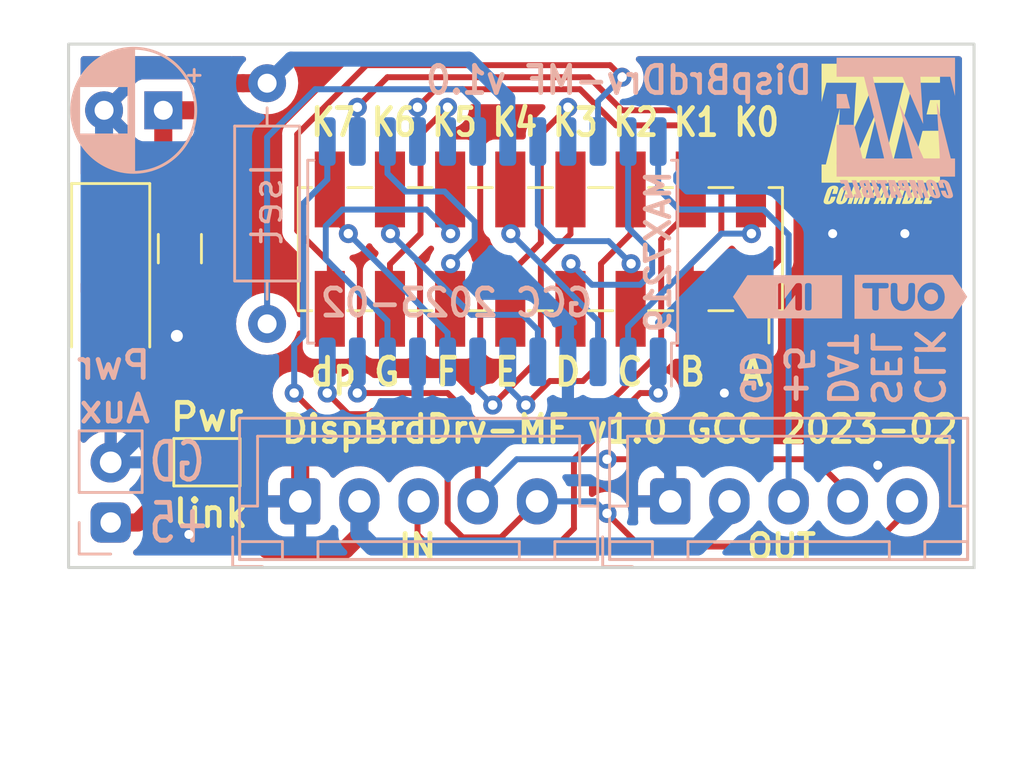
<source format=kicad_pcb>
(kicad_pcb (version 20211014) (generator pcbnew)
  (layers (0 "F.Cu" signal) (31 "B.Cu" signal) (34 "B.Paste" user) (35 "F.Paste" user) (36 "B.SilkS" user "B.Silkscreen") (37 "F.SilkS" user "F.Silkscreen") (38 "B.Mask" user) (39 "F.Mask" user) (44 "Edge.Cuts" user))
  (net 0 "")
  (net 1 "GND")
  (net 2 "/Vin")
  (net 3 "/Din")
  (net 4 "/Clk")
  (net 5 "/K0")
  (net 6 "/A_SegA")
  (net 7 "/K4")
  (net 8 "/A_SegF")
  (net 9 "/A_SegB")
  (net 10 "/K6")
  (net 11 "/A_SegG")
  (net 12 "/K2")
  (net 13 "Net-(IC1-Pad18)")
  (net 14 "/K3")
  (net 15 "/K7")
  (net 16 "/A_SegC")
  (net 17 "/A_SegE")
  (net 18 "/K5")
  (net 19 "/A_SegDP")
  (net 20 "/K1")
  (net 21 "/A_SegD")
  (net 22 "/Sel")
  (net 23 "/DOut")
  (net 24 "/Vcc")
  (footprint "Capacitor_SMD:C_1206_3216Metric_Pad1.42x1.75mm_HandSolder" (layer "F.Cu") (at 96.901 110.236 -90)
    (fp_text reference "C3" hide)
    (fp_text value "0.1 uF" hide)
    (pad "1" smd roundrect locked (at -1.4875 0 270) (size 1.425 1.75) (layers "F.Cu" "F.Paste" "F.Mask") (roundrect_rratio 0.1754392982) (net 24 "/Vcc"))
    (pad "2" smd roundrect locked (at 1.4875 0 270) (size 1.425 1.75) (layers "F.Cu" "F.Paste" "F.Mask") (roundrect_rratio 0.1754392982) (net 1 "GND"))
  )
  (footprint "Diode_SMD:D_SMA_Handsoldering" (layer "F.Cu") (at 93.98 111.887 -90)
    (fp_text reference "D1" hide)
    (fp_text value "1N5818")
    (pad "1" smd rect locked (at -2.5 0 270) (size 3.5 1.8) (layers "F.Cu" "F.Paste" "F.Mask") (net 24 "/Vcc"))
    (pad "2" smd rect locked (at 2.5 0 270) (size 3.5 1.8) (layers "F.Cu" "F.Paste" "F.Mask") (net 2 "/Vin"))
  )
  (footprint "Jumper:SolderJumper-2_P1.3mm_Bridged_Pad1.0x1.5mm" (layer "F.Cu") (at 98.044 119.253 180)
    (fp_text reference "JP2")
    (fp_text value "5V line")
    (fp_poly (pts (xy -0.25 -0.3) (xy 0.25 -0.3) (xy 0.25 0.3) (xy -0.25 0.3)) (layer "F.Cu") (width 0) (fill solid))
    (pad "1" smd rect locked (at -0.65 0 180) (size 1 1.5) (layers "F.Cu" "F.Mask") (net 2 "/Vin"))
    (pad "2" smd rect locked (at 0.65 0 180) (size 1 1.5) (layers "F.Cu" "F.Mask") (net 2 "/Vin"))
  )
  (footprint "Connector_PinSocket_2.54mm:PinSocket_2x08_P2.54mm_Vertical_SMD" (layer "F.Cu") (at 112.121 110.256 -90)
    (fp_text reference "P4" hide)
    (fp_text value "Conn_02x08_Odd_Even")
    (pad "1" smd rect (at 2.52 -8.89 270) (size 3.2004 1.27) (layers "F.Cu" "F.Paste" "F.Mask") (net 6 "/A_SegA"))
    (pad "2" smd rect (at -2.52 -8.89 270) (size 3.2004 1.27) (layers "F.Cu" "F.Paste" "F.Mask") (net 5 "/K0"))
    (pad "3" smd rect (at 2.52 -6.35 270) (size 3.2004 1.27) (layers "F.Cu" "F.Paste" "F.Mask") (net 9 "/A_SegB"))
    (pad "4" smd rect (at -2.52 -6.35 270) (size 3.2004 1.27) (layers "F.Cu" "F.Paste" "F.Mask") (net 20 "/K1"))
    (pad "5" smd rect (at 2.52 -3.81 270) (size 3.2004 1.27) (layers "F.Cu" "F.Paste" "F.Mask") (net 16 "/A_SegC"))
    (pad "6" smd rect (at -2.52 -3.81 270) (size 3.2004 1.27) (layers "F.Cu" "F.Paste" "F.Mask") (net 12 "/K2"))
    (pad "7" smd rect (at 2.52 -1.27 270) (size 3.2004 1.27) (layers "F.Cu" "F.Paste" "F.Mask") (net 21 "/A_SegD"))
    (pad "8" smd rect (at -2.52 -1.27 270) (size 3.2004 1.27) (layers "F.Cu" "F.Paste" "F.Mask") (net 14 "/K3"))
    (pad "9" smd rect (at 2.52 1.27 270) (size 3.2004 1.27) (layers "F.Cu" "F.Paste" "F.Mask") (net 17 "/A_SegE"))
    (pad "10" smd rect (at -2.52 1.27 270) (size 3.2004 1.27) (layers "F.Cu" "F.Paste" "F.Mask") (net 7 "/K4"))
    (pad "11" smd rect (at 2.52 3.81 270) (size 3.2004 1.27) (layers "F.Cu" "F.Paste" "F.Mask") (net 8 "/A_SegF"))
    (pad "12" smd rect (at -2.52 3.81 270) (size 3.2004 1.27) (layers "F.Cu" "F.Paste" "F.Mask") (net 18 "/K5"))
    (pad "13" smd rect (at 2.52 6.35 270) (size 3.2004 1.27) (layers "F.Cu" "F.Paste" "F.Mask") (net 11 "/A_SegG"))
    (pad "14" smd rect (at -2.52 6.35 270) (size 3.2004 1.27) (layers "F.Cu" "F.Paste" "F.Mask") (net 10 "/K6"))
    (pad "15" smd rect (at 2.52 8.89 270) (size 3.2004 1.27) (layers "F.Cu" "F.Paste" "F.Mask") (net 19 "/A_SegDP"))
    (pad "16" smd rect (at -2.52 8.89 270) (size 3.2004 1.27) (layers "F.Cu" "F.Paste" "F.Mask") (net 15 "/K7"))
  )
  (footprint "GCC_Logos:MF_compatible_5x6mm" (layer "F.Cu") (at 126.492 105.41)
    (fp_text reference "G***")
    (fp_text value "LOGO" hide)
  )
  (footprint "Capacitor_THT:CP_Radial_D5.0mm_P2.50mm" (layer "B.Cu") (at 96.201103 104.394 180)
    (fp_text reference "C2")
    (fp_text value "10uF")
    (pad "1" thru_hole rect locked (at 0 0 180) (size 1.6 1.6) (drill 0.8) (layers *.Cu *.Mask) (net 24 "/Vcc"))
    (pad "2" thru_hole circle locked (at 2.5 0 180) (size 1.6 1.6) (drill 0.8) (layers *.Cu *.Mask) (net 1 "GND"))
  )
  (footprint "Connector_JST:JST_XH_B5B-XH-A_1x05_P2.50mm_Vertical" (layer "B.Cu") (at 101.981 120.904)
    (fp_text reference "P2" hide)
    (fp_text value "DataIn")
    (pad "1" thru_hole roundrect (at 0 0) (size 1.7 1.95) (drill 0.95) (layers *.Cu *.Mask) (roundrect_rratio 0.147059) (net 1 "GND"))
    (pad "2" thru_hole oval (at 2.5 0) (size 1.7 1.95) (drill 0.95) (layers *.Cu *.Mask) (net 2 "/Vin"))
    (pad "3" thru_hole oval (at 5 0) (size 1.7 1.95) (drill 0.95) (layers *.Cu *.Mask) (net 3 "/Din"))
    (pad "4" thru_hole oval (at 7.5 0) (size 1.7 1.95) (drill 0.95) (layers *.Cu *.Mask) (net 22 "/Sel"))
    (pad "5" thru_hole oval (at 10 0) (size 1.7 1.95) (drill 0.95) (layers *.Cu *.Mask) (net 4 "/Clk"))
  )
  (footprint "Connector_JST:JST_XH_B5B-XH-A_1x05_P2.50mm_Vertical" (layer "B.Cu") (at 117.602 120.904)
    (fp_text reference "P3" hide)
    (fp_text value "DataOut")
    (pad "1" thru_hole roundrect (at 0 0) (size 1.7 1.95) (drill 0.95) (layers *.Cu *.Mask) (roundrect_rratio 0.147059) (net 1 "GND"))
    (pad "2" thru_hole oval (at 2.5 0) (size 1.7 1.95) (drill 0.95) (layers *.Cu *.Mask) (net 2 "/Vin"))
    (pad "3" thru_hole oval (at 5 0) (size 1.7 1.95) (drill 0.95) (layers *.Cu *.Mask) (net 23 "/DOut"))
    (pad "4" thru_hole oval (at 7.5 0) (size 1.7 1.95) (drill 0.95) (layers *.Cu *.Mask) (net 22 "/Sel"))
    (pad "5" thru_hole oval (at 10 0) (size 1.7 1.95) (drill 0.95) (layers *.Cu *.Mask) (net 4 "/Clk"))
  )
  (footprint "Resistor_THT:R_Axial_DIN0207_L6.3mm_D2.5mm_P10.16mm_Horizontal" (layer "B.Cu") (at 100.584 103.251 -90)
    (fp_text reference "R2" hide)
    (fp_text value "Iset" (at 5.08 0 90) (layer "B.SilkS") (effects (font (size 1.27 1.27)) (justify mirror)))
    (pad "1" thru_hole circle locked (at 0 0 270) (size 1.6 1.6) (drill 0.8) (layers *.Cu *.Mask) (net 24 "/Vcc"))
    (pad "2" thru_hole oval locked (at 10.16 0 270) (size 1.6 1.6) (drill 0.8) (layers *.Cu *.Mask) (net 13 "Net-(IC1-Pad18)"))
  )
  (footprint "kibuzzard-6405E116" (layer "B.Cu") (at 127.762 112.268 180)
    (fp_text reference "kibuzzard-6405E116" hide)
    (fp_text value "G***" hide)
  )
  (footprint "kibuzzard-6405E11D" (layer "B.Cu") (at 122.555 112.268 180)
    (fp_text reference "kibuzzard-6405E11D" hide)
    (fp_text value "G***" hide)
  )
  (footprint "Package_SO:SOIC-24W_7.5x15.4mm_P1.27mm" (layer "B.Cu") (at 110.109 110.363 90)
    (fp_text reference "IC1")
    (fp_text value "MAX7219CWG")
    (pad "1" smd roundrect locked (at -4.65 6.985 90) (size 2.05 0.7112) (layers "B.Cu" "B.Paste" "B.Mask") (net 3 "/Din"))
    (pad "2" smd roundrect locked (at -4.65 5.715 90) (size 2.05 0.7112) (layers "B.Cu" "B.Paste" "B.Mask") (net 5 "/K0"))
    (pad "3" smd roundrect locked (at -4.65 4.445 90) (size 2.05 0.7112) (layers "B.Cu" "B.Paste" "B.Mask") (net 7 "/K4"))
    (pad "4" smd roundrect locked (at -4.65 3.175 90) (size 2.05 0.7112) (layers "B.Cu" "B.Paste" "B.Mask") (net 1 "GND"))
    (pad "5" smd roundrect locked (at -4.65 1.905 90) (size 2.05 0.7112) (layers "B.Cu" "B.Paste" "B.Mask") (net 10 "/K6"))
    (pad "6" smd roundrect locked (at -4.65 0.635 90) (size 2.05 0.7112) (layers "B.Cu" "B.Paste" "B.Mask") (net 12 "/K2"))
    (pad "7" smd roundrect locked (at -4.65 -0.635 90) (size 2.05 0.7112) (layers "B.Cu" "B.Paste" "B.Mask") (net 14 "/K3"))
    (pad "8" smd roundrect locked (at -4.65 -1.905 90) (size 2.05 0.7112) (layers "B.Cu" "B.Paste" "B.Mask") (net 15 "/K7"))
    (pad "9" smd roundrect locked (at -4.65 -3.175 90) (size 2.05 0.7112) (layers "B.Cu" "B.Paste" "B.Mask") (net 1 "GND"))
    (pad "10" smd roundrect locked (at -4.65 -4.445 90) (size 2.05 0.7112) (layers "B.Cu" "B.Paste" "B.Mask") (net 18 "/K5"))
    (pad "11" smd roundrect locked (at -4.65 -5.715 90) (size 2.05 0.7112) (layers "B.Cu" "B.Paste" "B.Mask") (net 20 "/K1"))
    (pad "12" smd roundrect locked (at -4.65 -6.985 90) (size 2.05 0.7112) (layers "B.Cu" "B.Paste" "B.Mask") (net 22 "/Sel"))
    (pad "13" smd roundrect locked (at 4.65 -6.985 90) (size 2.05 0.7112) (layers "B.Cu" "B.Paste" "B.Mask") (net 4 "/Clk"))
    (pad "14" smd roundrect locked (at 4.65 -5.715 90) (size 2.05 0.7112) (layers "B.Cu" "B.Paste" "B.Mask") (net 6 "/A_SegA"))
    (pad "15" smd roundrect locked (at 4.65 -4.445 90) (size 2.05 0.7112) (layers "B.Cu" "B.Paste" "B.Mask") (net 8 "/A_SegF"))
    (pad "16" smd roundrect locked (at 4.65 -3.175 90) (size 2.05 0.7112) (layers "B.Cu" "B.Paste" "B.Mask") (net 9 "/A_SegB"))
    (pad "17" smd roundrect locked (at 4.65 -1.905 90) (size 2.05 0.7112) (layers "B.Cu" "B.Paste" "B.Mask") (net 11 "/A_SegG"))
    (pad "18" smd roundrect locked (at 4.65 -0.635 90) (size 2.05 0.7112) (layers "B.Cu" "B.Paste" "B.Mask") (net 13 "Net-(IC1-Pad18)"))
    (pad "19" smd roundrect locked (at 4.65 0.635 90) (size 2.05 0.7112) (layers "B.Cu" "B.Paste" "B.Mask") (net 24 "/Vcc"))
    (pad "20" smd roundrect locked (at 4.65 1.905 90) (size 2.05 0.7112) (layers "B.Cu" "B.Paste" "B.Mask") (net 16 "/A_SegC"))
    (pad "21" smd roundrect locked (at 4.65 3.175 90) (size 2.05 0.7112) (layers "B.Cu" "B.Paste" "B.Mask") (net 17 "/A_SegE"))
    (pad "22" smd roundrect locked (at 4.65 4.445 90) (size 2.05 0.7112) (layers "B.Cu" "B.Paste" "B.Mask") (net 19 "/A_SegDP"))
    (pad "23" smd roundrect locked (at 4.65 5.715 90) (size 2.05 0.7112) (layers "B.Cu" "B.Paste" "B.Mask") (net 21 "/A_SegD"))
    (pad "24" smd roundrect locked (at 4.65 6.985 90) (size 2.05 0.7112) (layers "B.Cu" "B.Paste" "B.Mask") (net 23 "/DOut"))
  )
  (footprint "Connector_PinHeader_2.54mm:PinHeader_1x02_P2.54mm_Vertical" (layer "B.Cu") (at 93.98 121.798)
    (fp_text reference "P1" hide)
    (fp_text value "Conn_01x02")
    (pad "1" thru_hole roundrect locked (at 0 0) (size 1.7 1.7) (drill 0.8636) (layers *.Cu *.Mask) (net 2 "/Vin"))
    (pad "2" thru_hole oval locked (at 0 -2.54) (size 1.7 1.7) (drill 0.9144) (layers *.Cu *.Mask) (net 1 "GND"))
  )
  (footprint "GCC_Logos:MF_compatible_5x6mm" (layer "B.Cu") (at 127.127 105.156 180)
    (fp_text reference "G***")
    (fp_text value "LOGO" hide)
  )
  (gr_poly (pts (xy 130.429 123.698) (xy 92.202 123.698) (xy 92.202 101.6) (xy 130.429 101.6)) (layer "Edge.Cuts") (width 0.127) (fill none))
  (gr_text "DispBrdDrv-MF v1.0" (at 123.698 103.124) (layer "B.SilkS") (effects (font (size 1.143 1.0668) (thickness 0.2032)) (justify left mirror)))
  (gr_text "CLK\nSEL\nDAT\n+5\nGD" (at 124.841 116.967 270) (layer "B.SilkS") (effects (font (size 1.143 1.143) (thickness 0.2032)) (justify left mirror)))
  (gr_text "GD\n+5" (at 95.504 120.528) (layer "B.SilkS") (effects (font (size 1.6002 1.143) (thickness 0.2032)) (justify right mirror)))
  (gr_text "Pwr\nAux" (at 95.758 116.078) (layer "B.SilkS") (effects (font (size 1.143 1.143) (thickness 0.2032)) (justify left mirror)))
  (gr_text "MAX7219" (at 117.094 110.363 90) (layer "B.SilkS") (effects (font (size 1 1) (thickness 0.2)) (justify mirror)))
  (gr_text "GCC 2023-02" (at 114.427 112.522) (layer "B.SilkS") (effects (font (size 1.143 1.0668) (thickness 0.2032)) (justify left mirror)))
  (gr_text "IN" (at 106.934 122.809) (layer "F.SilkS") (effects (font (size 1 1) (thickness 0.2032))))
  (gr_text "DispBrdDrv-MF v1.0 GCC 2023-02" (at 101.092 117.856) (layer "F.SilkS") (effects (font (size 1.143 1.0668) (thickness 0.2032)) (justify left)))
  (gr_text "dp G  F  E  D  C  B  A" (at 121.666 115.443) (layer "F.SilkS") (effects (font (size 1.143 1.0414) (thickness 0.2032)) (justify right)))
  (gr_text "OUT" (at 122.301 122.809) (layer "F.SilkS") (effects (font (size 1 1) (thickness 0.2032))))
  (gr_text "Pwr" (at 96.393 117.348) (layer "F.SilkS") (effects (font (size 1.143 1.143) (thickness 0.2032)) (justify left)))
  (gr_text "K7 K6 K5 K4 K3 K2 K1 K0" (at 122.301 104.902) (layer "F.SilkS") (effects (font (size 1.143 0.9398) (thickness 0.2032)) (justify right)))
  (gr_text "link" (at 96.52 121.412) (layer "F.SilkS") (effects (font (size 1.143 1.143) (thickness 0.2032)) (justify left)))
  (segment (start 96.774 113.919) (end 101.981 119.126) (width 0.762) (layer "F.Cu") (net 1))
  (segment (start 101.981 119.126) (end 101.981 120.904) (width 0.762) (layer "F.Cu") (net 1))
  (segment (start 96.774 113.919) (end 96.774 111.8505) (width 0.762) (layer "F.Cu") (net 1))
  (via (at 96.774 113.919) (size 1.27) (drill 0.508) (layers "F.Cu" "B.Cu") (net 1))
  (via (at 127.508 109.601) (size 0.889) (drill 0.381) (layers "F.Cu" "B.Cu") (net 1))
  (via (at 126.365 119.38) (size 0.889) (drill 0.381) (layers "F.Cu" "B.Cu") (net 1))
  (via (at 97.282 122.301) (size 0.889) (drill 0.381) (layers "F.Cu" "B.Cu") (net 1))
  (via (at 124.46 109.601) (size 0.889) (drill 0.381) (layers "F.Cu" "B.Cu") (net 1))
  (via (at 119.888 116.332) (size 0.889) (drill 0.381) (layers "F.Cu" "B.Cu") (net 1))
  (segment (start 106.553 117.729) (end 107.315 117.729) (width 0.508) (layer "B.Cu") (net 1))
  (segment (start 112.776 117.729) (end 113.792 117.729) (width 0.508) (layer "B.Cu") (net 1))
  (segment (start 93.701112 112.116112) (end 95.504 113.919) (width 0.762) (layer "B.Cu") (net 1))
  (segment (start 106.934 117.348) (end 106.553 117.729) (width 0.508) (layer "B.Cu") (net 1))
  (segment (start 101.981 119.253) (end 101.981 120.904) (width 0.508) (layer "B.Cu") (net 1))
  (segment (start 113.284 117.221) (end 113.284 115.013) (width 0.508) (layer "B.Cu") (net 1))
  (segment (start 93.701112 104.394) (end 93.701112 112.116112) (width 0.762) (layer "B.Cu") (net 1))
  (segment (start 103.505 117.729) (end 101.981 119.253) (width 0.508) (layer "B.Cu") (net 1))
  (segment (start 112.776 117.729) (end 113.284 117.221) (width 0.508) (layer "B.Cu") (net 1))
  (segment (start 106.934 116.84) (end 106.934 115.013) (width 0.508) (layer "B.Cu") (net 1))
  (segment (start 106.553 117.729) (end 103.505 117.729) (width 0.508) (layer "B.Cu") (net 1))
  (segment (start 107.315 117.729) (end 106.934 117.348) (width 0.508) (layer "B.Cu") (net 1))
  (segment (start 96.774 115.189) (end 96.774 116.464) (width 0.762) (layer "B.Cu") (net 1))
  (segment (start 113.792 117.729) (end 115.697 117.729) (width 0.508) (layer "B.Cu") (net 1))
  (segment (start 95.504 113.919) (end 96.774 115.189) (width 0.762) (layer "B.Cu") (net 1))
  (segment (start 117.602 119.634) (end 117.602 120.904) (width 0.508) (layer "B.Cu") (net 1))
  (segment (start 106.934 117.348) (end 106.934 116.84) (width 0.508) (layer "B.Cu") (net 1))
  (segment (start 96.774 115.189) (end 96.774 113.919) (width 0.762) (layer "B.Cu") (net 1))
  (segment (start 95.504 113.919) (end 96.774 113.919) (width 0.762) (layer "B.Cu") (net 1))
  (segment (start 107.315 117.729) (end 112.776 117.729) (width 0.508) (layer "B.Cu") (net 1))
  (segment (start 113.284 117.221) (end 113.792 117.729) (width 0.508) (layer "B.Cu") (net 1))
  (segment (start 96.774 116.464) (end 93.98 119.258) (width 0.762) (layer "B.Cu") (net 1))
  (segment (start 115.697 117.729) (end 117.602 119.634) (width 0.508) (layer "B.Cu") (net 1))
  (segment (start 98.679 121.031) (end 100.584 122.936) (width 0.762) (layer "F.Cu") (net 2))
  (segment (start 97.394 119.253) (end 98.694 119.253) (width 0.254) (layer "F.Cu") (net 2))
  (segment (start 98.679 119.268) (end 98.679 121.031) (width 0.762) (layer "F.Cu") (net 2))
  (segment (start 93.98 115.062) (end 96.012 117.094) (width 0.762) (layer "F.Cu") (net 2))
  (segment (start 95.118 121.798) (end 93.98 121.798) (width 0.762) (layer "F.Cu") (net 2))
  (segment (start 96.012 117.094) (end 96.012 119.253) (width 0.762) (layer "F.Cu") (net 2))
  (segment (start 100.584 122.936) (end 103.886 122.936) (width 0.762) (layer "F.Cu") (net 2))
  (segment (start 96.012 119.253) (end 96.012 120.904) (width 0.762) (layer "F.Cu") (net 2))
  (segment (start 96.012 120.904) (end 95.118 121.798) (width 0.762) (layer "F.Cu") (net 2))
  (segment (start 103.886 122.936) (end 104.481 122.341) (width 0.762) (layer "F.Cu") (net 2))
  (segment (start 104.481 122.341) (end 104.481 120.904) (width 0.762) (layer "F.Cu") (net 2))
  (segment (start 96.012 119.253) (end 97.394 119.253) (width 0.762) (layer "F.Cu") (net 2))
  (segment (start 104.481 120.904) (end 104.481 122.261) (width 0.762) (layer "B.Cu") (net 2))
  (segment (start 118.745 122.809) (end 120.102 121.452) (width 0.762) (layer "B.Cu") (net 2))
  (segment (start 105.029 122.809) (end 118.745 122.809) (width 0.762) (layer "B.Cu") (net 2))
  (segment (start 104.481 122.261) (end 105.029 122.809) (width 0.762) (layer "B.Cu") (net 2))
  (segment (start 106.934 120.951) (end 106.934 122.301) (width 0.25) (layer "F.Cu") (net 3))
  (segment (start 107.696 123.063) (end 112.522 123.063) (width 0.25) (layer "F.Cu") (net 3))
  (segment (start 112.522 123.063) (end 113.538 122.047) (width 0.25) (layer "F.Cu") (net 3))
  (segment (start 113.538 122.047) (end 113.538 119.126) (width 0.25) (layer "F.Cu") (net 3))
  (segment (start 116.332 116.332) (end 117.094 116.332) (width 0.25) (layer "F.Cu") (net 3))
  (segment (start 113.538 119.126) (end 116.332 116.332) (width 0.25) (layer "F.Cu") (net 3))
  (segment (start 106.934 122.301) (end 107.696 123.063) (width 0.25) (layer "F.Cu") (net 3))
  (via (at 117.094 116.332) (size 0.8) (drill 0.4) (layers "F.Cu" "B.Cu") (net 3))
  (segment (start 117.094 116.332) (end 117.094 115.013) (width 0.25) (layer "B.Cu") (net 3))
  (segment (start 108.204 119.38) (end 108.204 121.793) (width 0.254) (layer "F.Cu") (net 4))
  (segment (start 116.332 122.809) (end 126.111 122.809) (width 0.254) (layer "F.Cu") (net 4))
  (segment (start 108.204 121.793) (end 108.839 122.428) (width 0.254) (layer "F.Cu") (net 4))
  (segment (start 114.935 121.412) (end 116.332 122.809) (width 0.254) (layer "F.Cu") (net 4))
  (segment (start 110.457 122.428) (end 111.981 120.904) (width 0.254) (layer "F.Cu") (net 4))
  (segment (start 126.111 122.809) (end 127.602 121.318) (width 0.254) (layer "F.Cu") (net 4))
  (segment (start 103.251 117.856) (end 101.727 116.332) (width 0.254) (layer "F.Cu") (net 4))
  (segment (start 108.839 122.428) (end 110.457 122.428) (width 0.254) (layer "F.Cu") (net 4))
  (segment (start 103.251 117.856) (end 106.68 117.856) (width 0.254) (layer "F.Cu") (net 4))
  (segment (start 106.68 117.856) (end 108.204 119.38) (width 0.254) (layer "F.Cu") (net 4))
  (via (at 114.935 121.412) (size 0.8) (drill 0.4) (layers "F.Cu" "B.Cu") (net 4))
  (via (at 101.727 116.332) (size 0.8) (drill 0.4) (layers "F.Cu" "B.Cu") (net 4))
  (segment (start 102.108 108.331) (end 103.124 107.315) (width 0.254) (layer "B.Cu") (net 4))
  (segment (start 101.727 116.332) (end 101.727 114.3) (width 0.254) (layer "B.Cu") (net 4))
  (segment (start 103.124 107.315) (end 103.124 105.713) (width 0.254) (layer "B.Cu") (net 4))
  (segment (start 114.427 120.904) (end 114.935 121.412) (width 0.254) (layer "B.Cu") (net 4))
  (segment (start 101.727 114.3) (end 102.108 113.919) (width 0.254) (layer "B.Cu") (net 4))
  (segment (start 102.108 113.919) (end 102.108 108.331) (width 0.254) (layer "B.Cu") (net 4))
  (segment (start 111.981 120.904) (end 114.427 120.904) (width 0.254) (layer "B.Cu") (net 4))
  (segment (start 121.031 109.601) (end 121.011 109.581) (width 0.25) (layer "F.Cu") (net 5))
  (segment (start 121.011 109.581) (end 121.011 107.736) (width 0.25) (layer "F.Cu") (net 5))
  (via (at 121.031 109.601) (size 0.8) (drill 0.4) (layers "F.Cu" "B.Cu") (net 5))
  (segment (start 115.824 113.538) (end 119.761 109.601) (width 0.25) (layer "B.Cu") (net 5))
  (segment (start 115.824 115.013) (end 115.824 113.538) (width 0.25) (layer "B.Cu") (net 5))
  (segment (start 119.761 109.601) (end 121.031 109.601) (width 0.25) (layer "B.Cu") (net 5))
  (segment (start 122.174 105.537) (end 122.174 110.744) (width 0.25) (layer "F.Cu") (net 6))
  (segment (start 115.57 104.394) (end 121.031 104.394) (width 0.25) (layer "F.Cu") (net 6))
  (segment (start 114.173 102.997) (end 115.57 104.394) (width 0.25) (layer "F.Cu") (net 6))
  (segment (start 122.174 110.744) (end 121.011 111.907) (width 0.25) (layer "F.Cu") (net 6))
  (segment (start 104.394 104.267) (end 105.664 102.997) (width 0.25) (layer "F.Cu") (net 6))
  (segment (start 105.664 102.997) (end 114.173 102.997) (width 0.25) (layer "F.Cu") (net 6))
  (segment (start 121.031 104.394) (end 122.174 105.537) (width 0.25) (layer "F.Cu") (net 6))
  (via (at 104.394 104.267) (size 0.8) (drill 0.4) (layers "F.Cu" "B.Cu") (net 6))
  (segment (start 104.394 104.267) (end 104.394 105.713) (width 0.25) (layer "B.Cu") (net 6))
  (segment (start 110.871 109.601) (end 110.871 107.756) (width 0.25) (layer "F.Cu") (net 7))
  (via (at 110.871 109.601) (size 0.8) (drill 0.4) (layers "F.Cu" "B.Cu") (net 7))
  (segment (start 110.871 109.601) (end 114.554 113.284) (width 0.25) (layer "B.Cu") (net 7))
  (segment (start 114.554 113.284) (end 114.554 115.013) (width 0.25) (layer "B.Cu") (net 7))
  (segment (start 108.311 110.891) (end 108.331 110.871) (width 0.25) (layer "F.Cu") (net 8))
  (segment (start 108.311 112.776) (end 108.311 110.891) (width 0.25) (layer "F.Cu") (net 8))
  (via (at 108.331 110.871) (size 0.8) (drill 0.4) (layers "F.Cu" "B.Cu") (net 8))
  (segment (start 109.347 109.855) (end 108.331 110.871) (width 0.25) (layer "B.Cu") (net 8))
  (segment (start 106.426 107.823) (end 108.077 107.823) (width 0.25) (layer "B.Cu") (net 8))
  (segment (start 105.664 107.061) (end 106.426 107.823) (width 0.25) (layer "B.Cu") (net 8))
  (segment (start 108.077 107.823) (end 109.347 109.093) (width 0.25) (layer "B.Cu") (net 8))
  (segment (start 105.664 105.713) (end 105.664 107.061) (width 0.25) (layer "B.Cu") (net 8))
  (segment (start 109.347 109.093) (end 109.347 109.855) (width 0.25) (layer "B.Cu") (net 8))
  (segment (start 115.316 105.029) (end 118.999 105.029) (width 0.25) (layer "F.Cu") (net 9))
  (segment (start 113.792 103.505) (end 115.316 105.029) (width 0.25) (layer "F.Cu") (net 9))
  (segment (start 106.934 104.267) (end 107.696 103.505) (width 0.25) (layer "F.Cu") (net 9))
  (segment (start 119.761 105.791) (end 119.761 109.601) (width 0.25) (layer "F.Cu") (net 9))
  (segment (start 107.696 103.505) (end 113.792 103.505) (width 0.25) (layer "F.Cu") (net 9))
  (segment (start 118.471 110.891) (end 118.471 112.776) (width 0.25) (layer "F.Cu") (net 9))
  (segment (start 119.761 109.601) (end 118.471 110.891) (width 0.25) (layer "F.Cu") (net 9))
  (segment (start 118.999 105.029) (end 119.761 105.791) (width 0.25) (layer "F.Cu") (net 9))
  (via (at 106.934 104.267) (size 0.8) (drill 0.4) (layers "F.Cu" "B.Cu") (net 9))
  (segment (start 106.934 104.267) (end 106.934 105.713) (width 0.25) (layer "B.Cu") (net 9))
  (segment (start 105.791 109.601) (end 105.791 107.756) (width 0.25) (layer "F.Cu") (net 10))
  (via (at 105.791 109.601) (size 0.8) (drill 0.4) (layers "F.Cu" "B.Cu") (net 10))
  (segment (start 112.014 115.013) (end 112.014 113.665) (width 0.25) (layer "B.Cu") (net 10))
  (segment (start 112.014 113.665) (end 111.379 113.03) (width 0.25) (layer "B.Cu") (net 10))
  (segment (start 111.379 113.03) (end 109.22 113.03) (width 0.25) (layer "B.Cu") (net 10))
  (segment (start 109.22 113.03) (end 105.791 109.601) (width 0.25) (layer "B.Cu") (net 10))
  (segment (start 105.771 112.776) (end 105.771 110.891) (width 0.25) (layer "F.Cu") (net 11))
  (segment (start 107.061 109.601) (end 107.061 105.41) (width 0.25) (layer "F.Cu") (net 11))
  (segment (start 107.061 105.41) (end 108.204 104.267) (width 0.25) (layer "F.Cu") (net 11))
  (segment (start 105.771 110.891) (end 107.061 109.601) (width 0.25) (layer "F.Cu") (net 11))
  (via (at 108.204 104.267) (size 0.8) (drill 0.4) (layers "F.Cu" "B.Cu") (net 11))
  (segment (start 108.204 104.267) (end 108.204 105.713) (width 0.25) (layer "B.Cu") (net 11))
  (segment (start 112.522 115.824) (end 113.919 115.824) (width 0.25) (layer "F.Cu") (net 12))
  (segment (start 113.919 115.824) (end 114.681 115.062) (width 0.25) (layer "F.Cu") (net 12))
  (segment (start 111.506 116.84) (end 112.522 115.824) (width 0.25) (layer "F.Cu") (net 12))
  (segment (start 114.681 115.062) (end 114.681 110.871) (width 0.25) (layer "F.Cu") (net 12))
  (segment (start 114.681 110.871) (end 115.931 109.621) (width 0.25) (layer "F.Cu") (net 12))
  (segment (start 115.931 109.621) (end 115.931 107.736) (width 0.25) (layer "F.Cu") (net 12))
  (via (at 111.506 116.84) (size 0.8) (drill 0.4) (layers "F.Cu" "B.Cu") (net 12))
  (segment (start 110.744 115.013) (end 110.744 116.078) (width 0.25) (layer "B.Cu") (net 12))
  (segment (start 110.744 116.078) (end 111.506 116.84) (width 0.25) (layer "B.Cu") (net 12))
  (segment (start 102.616 103.505) (end 108.839 103.505) (width 0.254) (layer "B.Cu") (net 13))
  (segment (start 108.839 103.505) (end 109.474 104.14) (width 0.254) (layer "B.Cu") (net 13))
  (segment (start 102.616 103.505) (end 100.584 105.537) (width 0.254) (layer "B.Cu") (net 13))
  (segment (start 109.474 104.14) (end 109.474 105.713) (width 0.254) (layer "B.Cu") (net 13))
  (segment (start 100.584 105.537) (end 100.584 113.411) (width 0.254) (layer "B.Cu") (net 13))
  (segment (start 112.141 110.871) (end 112.141 114.808) (width 0.25) (layer "F.Cu") (net 14))
  (segment (start 112.141 114.808) (end 110.109 116.84) (width 0.25) (layer "F.Cu") (net 14))
  (segment (start 113.391 109.621) (end 112.141 110.871) (width 0.25) (layer "F.Cu") (net 14))
  (segment (start 113.391 107.736) (end 113.391 109.621) (width 0.25) (layer "F.Cu") (net 14))
  (via (at 110.109 116.84) (size 0.8) (drill 0.4) (layers "F.Cu" "B.Cu") (net 14))
  (segment (start 109.474 116.205) (end 109.474 115.013) (width 0.25) (layer "B.Cu") (net 14))
  (segment (start 110.109 116.84) (end 109.474 116.205) (width 0.25) (layer "B.Cu") (net 14))
  (segment (start 104.013 109.601) (end 103.231 108.692) (width 0.25) (layer "F.Cu") (net 15))
  (via (at 104.013 109.601) (size 0.8) (drill 0.4) (layers "F.Cu" "B.Cu") (net 15))
  (segment (start 108.204 113.792) (end 108.204 115.013) (width 0.25) (layer "B.Cu") (net 15))
  (segment (start 104.013 109.601) (end 108.204 113.792) (width 0.25) (layer "B.Cu") (net 15))
  (segment (start 115.951 110.871) (end 115.931 110.891) (width 0.25) (layer "F.Cu") (net 16))
  (segment (start 115.931 110.891) (end 115.931 112.776) (width 0.25) (layer "F.Cu") (net 16))
  (via (at 115.951 110.871) (size 0.8) (drill 0.4) (layers "F.Cu" "B.Cu") (net 16))
  (segment (start 112.014 105.713) (end 112.014 109.22) (width 0.25) (layer "B.Cu") (net 16))
  (segment (start 114.9985 109.9185) (end 115.951 110.871) (width 0.25) (layer "B.Cu") (net 16))
  (segment (start 112.014 109.22) (end 112.7125 109.9185) (width 0.25) (layer "B.Cu") (net 16))
  (segment (start 112.7125 109.9185) (end 114.9985 109.9185) (width 0.25) (layer "B.Cu") (net 16))
  (segment (start 110.851 111.272) (end 112.141 109.982) (width 0.25) (layer "F.Cu") (net 17))
  (segment (start 112.141 105.41) (end 113.284 104.267) (width 0.25) (layer "F.Cu") (net 17))
  (segment (start 112.141 109.982) (end 112.141 105.41) (width 0.25) (layer "F.Cu") (net 17))
  (segment (start 110.851 112.776) (end 110.851 111.272) (width 0.25) (layer "F.Cu") (net 17))
  (via (at 113.284 104.267) (size 0.8) (drill 0.4) (layers "F.Cu" "B.Cu") (net 17))
  (segment (start 113.284 104.267) (end 113.284 105.713) (width 0.25) (layer "B.Cu") (net 17))
  (segment (start 108.311 109.581) (end 108.311 107.736) (width 0.25) (layer "F.Cu") (net 18))
  (segment (start 108.331 109.601) (end 108.311 109.581) (width 0.25) (layer "F.Cu") (net 18))
  (via (at 108.331 109.601) (size 0.8) (drill 0.4) (layers "F.Cu" "B.Cu") (net 18))
  (segment (start 103.0605 110.6805) (end 103.0605 109.2835) (width 0.25) (layer "B.Cu") (net 18))
  (segment (start 105.664 113.284) (end 103.0605 110.6805) (width 0.25) (layer "B.Cu") (net 18))
  (segment (start 103.0605 109.2835) (end 103.759 108.585) (width 0.25) (layer "B.Cu") (net 18))
  (segment (start 105.664 115.013) (end 105.664 113.284) (width 0.25) (layer "B.Cu") (net 18))
  (segment (start 107.315 108.585) (end 108.331 109.601) (width 0.25) (layer "B.Cu") (net 18))
  (segment (start 103.759 108.585) (end 107.315 108.585) (width 0.25) (layer "B.Cu") (net 18))
  (segment (start 101.854 109.474) (end 103.231 110.851) (width 0.25) (layer "F.Cu") (net 19))
  (segment (start 104.775 102.489) (end 115.062 102.489) (width 0.25) (layer "F.Cu") (net 19))
  (segment (start 101.854 109.474) (end 101.854 105.41) (width 0.25) (layer "F.Cu") (net 19))
  (segment (start 101.854 105.41) (end 104.775 102.489) (width 0.25) (layer "F.Cu") (net 19))
  (segment (start 115.062 102.489) (end 115.57 102.997) (width 0.25) (layer "F.Cu") (net 19))
  (segment (start 103.231 112.776) (end 103.231 110.851) (width 0.25) (layer "F.Cu") (net 19))
  (via (at 115.57 102.997) (size 0.8) (drill 0.4) (layers "F.Cu" "B.Cu") (net 19))
  (segment (start 114.554 104.013) (end 114.554 105.713) (width 0.25) (layer "B.Cu") (net 19))
  (segment (start 115.57 102.997) (end 114.554 104.013) (width 0.25) (layer "B.Cu") (net 19))
  (segment (start 108.204 116.332) (end 109.601 117.729) (width 0.25) (layer "F.Cu") (net 20))
  (segment (start 117.221 114.554) (end 117.221 109.855) (width 0.25) (layer "F.Cu") (net 20))
  (segment (start 104.394 116.332) (end 108.204 116.332) (width 0.25) (layer "F.Cu") (net 20))
  (segment (start 109.601 117.729) (end 114.046 117.729) (width 0.25) (layer "F.Cu") (net 20))
  (segment (start 117.221 109.855) (end 118.471 108.605) (width 0.25) (layer "F.Cu") (net 20))
  (segment (start 114.046 117.729) (end 117.221 114.554) (width 0.25) (layer "F.Cu") (net 20))
  (via (at 104.394 116.332) (size 0.8) (drill 0.4) (layers "F.Cu" "B.Cu") (net 20))
  (segment (start 104.394 115.013) (end 104.394 116.332) (width 0.25) (layer "B.Cu") (net 20))
  (segment (start 113.391 112.776) (end 113.391 110.891) (width 0.25) (layer "F.Cu") (net 21))
  (segment (start 113.391 110.891) (end 113.411 110.871) (width 0.25) (layer "F.Cu") (net 21))
  (via (at 113.411 110.871) (size 0.8) (drill 0.4) (layers "F.Cu" "B.Cu") (net 21))
  (segment (start 115.824 109.347) (end 115.824 105.713) (width 0.25) (layer "B.Cu") (net 21))
  (segment (start 116.84 110.363) (end 115.824 109.347) (width 0.25) (layer "B.Cu") (net 21))
  (segment (start 114.3 111.76) (end 116.332 111.76) (width 0.25) (layer "B.Cu") (net 21))
  (segment (start 113.411 110.871) (end 114.3 111.76) (width 0.25) (layer "B.Cu") (net 21))
  (segment (start 116.332 111.76) (end 116.84 111.252) (width 0.25) (layer "B.Cu") (net 21))
  (segment (start 116.84 111.252) (end 116.84 110.363) (width 0.25) (layer "B.Cu") (net 21))
  (segment (start 103.124 116.332) (end 104.013 117.221) (width 0.25) (layer "F.Cu") (net 22))
  (segment (start 107.95 117.094) (end 109.481 118.625) (width 0.25) (layer "F.Cu") (net 22))
  (segment (start 109.481 118.625) (end 109.481 120.904) (width 0.25) (layer "F.Cu") (net 22))
  (segment (start 104.902 117.221) (end 105.029 117.094) (width 0.25) (layer "F.Cu") (net 22))
  (segment (start 105.029 117.094) (end 107.95 117.094) (width 0.25) (layer "F.Cu") (net 22))
  (segment (start 104.013 117.221) (end 104.902 117.221) (width 0.25) (layer "F.Cu") (net 22))
  (segment (start 123.698 119.126) (end 125.102 120.53) (width 0.25) (layer "F.Cu") (net 22))
  (segment (start 114.935 119.126) (end 123.698 119.126) (width 0.25) (layer "F.Cu") (net 22))
  (via (at 103.124 116.332) (size 0.8) (drill 0.4) (layers "F.Cu" "B.Cu") (net 22))
  (via (at 114.935 119.126) (size 0.8) (drill 0.4) (layers "F.Cu" "B.Cu") (net 22))
  (segment (start 109.481 120.77) (end 111.125 119.126) (width 0.25) (layer "B.Cu") (net 22))
  (segment (start 111.125 119.126) (end 114.935 119.126) (width 0.25) (layer "B.Cu") (net 22))
  (segment (start 117.983 108.585) (end 117.094 107.696) (width 0.254) (layer "B.Cu") (net 23))
  (segment (start 122.602 120.904) (end 122.602 109.648) (width 0.254) (layer "B.Cu") (net 23))
  (segment (start 121.539 108.585) (end 117.983 108.585) (width 0.254) (layer "B.Cu") (net 23))
  (segment (start 117.094 107.696) (end 117.094 105.713) (width 0.254) (layer "B.Cu") (net 23))
  (segment (start 122.602 109.648) (end 121.539 108.585) (width 0.254) (layer "B.Cu") (net 23))
  (segment (start 99.568001 103.251001) (end 100.584 103.251) (width 0.762) (layer "F.Cu") (net 24))
  (segment (start 99.059999 103.251001) (end 99.568001 103.251001) (width 0.762) (layer "F.Cu") (net 24))
  (segment (start 96.201103 106.234103) (end 96.901 106.934) (width 0.762) (layer "F.Cu") (net 24))
  (segment (start 96.201103 104.394) (end 97.917 104.394) (width 0.762) (layer "F.Cu") (net 24))
  (segment (start 97.917 104.394) (end 99.059999 103.251001) (width 0.762) (layer "F.Cu") (net 24))
  (segment (start 96.901 108.7485) (end 94.6185 108.7485) (width 0.762) (layer "F.Cu") (net 24))
  (segment (start 96.901 106.934) (end 96.901 108.7485) (width 0.762) (layer "F.Cu") (net 24))
  (segment (start 94.6185 108.7485) (end 93.98 109.387) (width 0.762) (layer "F.Cu") (net 24))
  (segment (start 96.201103 104.394) (end 96.201103 106.234103) (width 0.762) (layer "F.Cu") (net 24))
  (segment (start 101.6 102.235) (end 109.093 102.235) (width 0.635) (layer "B.Cu") (net 24))
  (segment (start 110.744 103.886) (end 110.744 105.713) (width 0.635) (layer "B.Cu") (net 24))
  (segment (start 109.093 102.235) (end 110.744 103.886) (width 0.635) (layer "B.Cu") (net 24))
  (segment (start 100.584 103.251) (end 101.6 102.235) (width 0.635) (layer "B.Cu") (net 24))
  (zone (net 1) (net_name "GND") (layers F&B.Cu) (connect_pads (clearance 0.508)) (min_thickness 0.254) (fill yes (thermal_gap 0.508) (thermal_bridge_width 0.508))
    (polygon (pts (xy 130.429 101.6) (xy 92.202 101.6) (xy 92.202 123.698) (xy 130.429 123.698)))
  )
)
</source>
